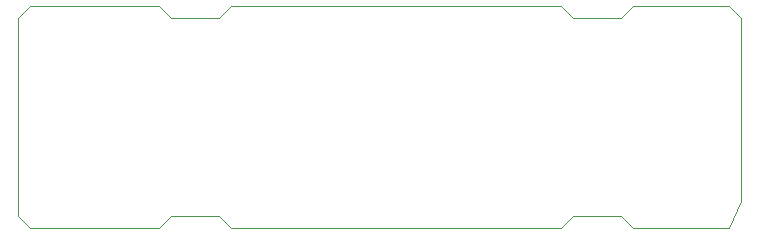
<source format=gbr>
%TF.GenerationSoftware,KiCad,Pcbnew,7.0.5*%
%TF.CreationDate,2023-09-06T09:40:42-04:00*%
%TF.ProjectId,NB1,4e42312e-6b69-4636-9164-5f7063625858,rev?*%
%TF.SameCoordinates,Original*%
%TF.FileFunction,Profile,NP*%
%FSLAX46Y46*%
G04 Gerber Fmt 4.6, Leading zero omitted, Abs format (unit mm)*
G04 Created by KiCad (PCBNEW 7.0.5) date 2023-09-06 09:40:42*
%MOMM*%
%LPD*%
G01*
G04 APERTURE LIST*
%TA.AperFunction,Profile*%
%ADD10C,0.050000*%
%TD*%
G04 APERTURE END LIST*
D10*
X179108100Y-96621600D02*
X178092100Y-95605600D01*
X164884100Y-96621600D02*
X163868100Y-95605600D01*
X164884100Y-113385600D02*
X163868100Y-114401600D01*
X118910100Y-95605600D02*
X117894100Y-96621600D01*
X135928100Y-114401600D02*
X163868100Y-114401600D01*
X130848100Y-96621600D02*
X134912100Y-96621600D01*
X130848100Y-113385600D02*
X134912100Y-113385600D01*
X129832100Y-95605600D02*
X118910100Y-95605600D01*
X134912100Y-96621600D02*
X135928100Y-95605600D01*
X169964100Y-114401600D02*
X178092100Y-114401600D01*
X168948100Y-113385600D02*
X169964100Y-114401600D01*
X179108100Y-112115600D02*
X179108100Y-96621600D01*
X134912100Y-113385600D02*
X135928100Y-114401600D01*
X129832100Y-95605600D02*
X130848100Y-96621600D01*
X130848100Y-113385600D02*
X129832100Y-114401600D01*
X164884100Y-113385600D02*
X168948100Y-113385600D01*
X163868100Y-95605600D02*
X135928100Y-95605600D01*
X178092100Y-114401600D02*
X179108100Y-112115600D01*
X178092100Y-95605600D02*
X169964100Y-95605600D01*
X117894100Y-113385600D02*
X118910100Y-114401600D01*
X118910100Y-114401600D02*
X129832100Y-114401600D01*
X164884100Y-96621600D02*
X168948100Y-96621600D01*
X168948100Y-96621600D02*
X169964100Y-95605600D01*
X117894100Y-96621600D02*
X117894100Y-113385600D01*
M02*

</source>
